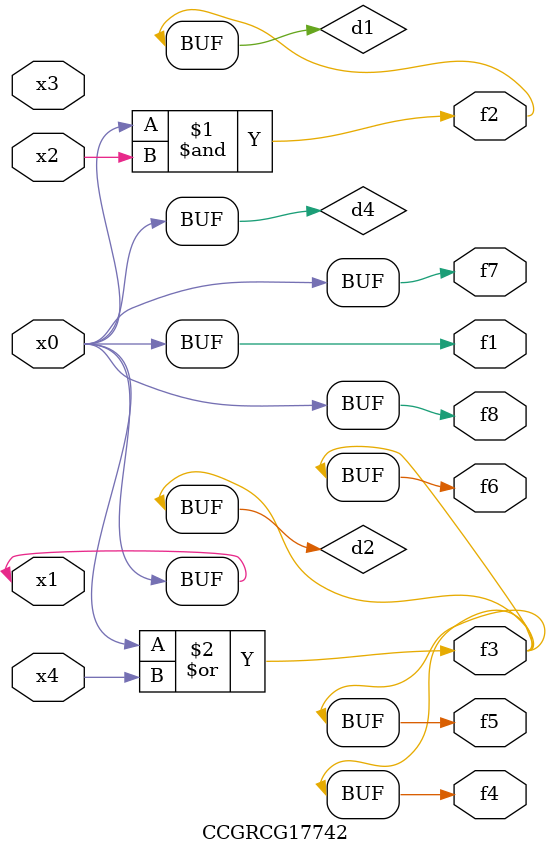
<source format=v>
module CCGRCG17742(
	input x0, x1, x2, x3, x4,
	output f1, f2, f3, f4, f5, f6, f7, f8
);

	wire d1, d2, d3, d4;

	and (d1, x0, x2);
	or (d2, x0, x4);
	nand (d3, x0, x2);
	buf (d4, x0, x1);
	assign f1 = d4;
	assign f2 = d1;
	assign f3 = d2;
	assign f4 = d2;
	assign f5 = d2;
	assign f6 = d2;
	assign f7 = d4;
	assign f8 = d4;
endmodule

</source>
